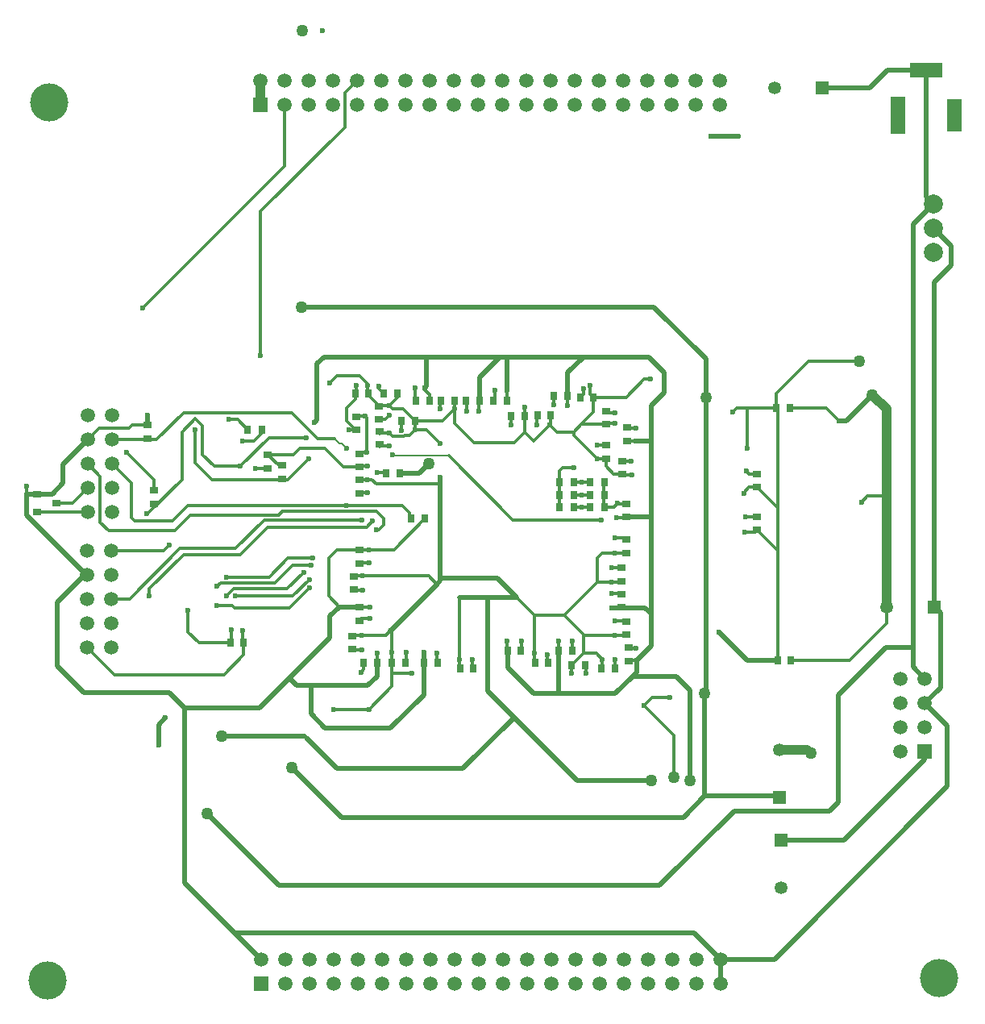
<source format=gbl>
G04 Layer_Physical_Order=2*
G04 Layer_Color=16711680*
%FSLAX25Y25*%
%MOIN*%
G70*
G01*
G75*
%ADD10R,0.03543X0.02756*%
%ADD11R,0.02756X0.03543*%
%ADD13R,0.03543X0.03150*%
%ADD14R,0.03150X0.03543*%
%ADD15R,0.05905X0.05905*%
%ADD22R,0.03543X0.03150*%
%ADD33C,0.01181*%
%ADD34C,0.00787*%
%ADD35C,0.01968*%
%ADD36C,0.03937*%
%ADD37R,0.05905X0.15748*%
%ADD38R,0.05905X0.13780*%
%ADD39R,0.13780X0.05905*%
%ADD40C,0.05315*%
%ADD41R,0.05315X0.05315*%
%ADD42C,0.07874*%
%ADD43C,0.05905*%
%ADD44R,0.05905X0.05905*%
%ADD45R,0.05315X0.05315*%
%ADD46C,0.15748*%
%ADD47C,0.02362*%
%ADD48C,0.05000*%
D10*
X153543Y339567D02*
D03*
Y333661D02*
D03*
D11*
X342520Y315945D02*
D03*
X336614D02*
D03*
X329724D02*
D03*
X323819D02*
D03*
X268209Y300689D02*
D03*
X262303D02*
D03*
X257874Y319390D02*
D03*
X251969D02*
D03*
X200787Y337598D02*
D03*
X194882D02*
D03*
X342520Y305610D02*
D03*
X336614D02*
D03*
X342520Y310531D02*
D03*
X336614D02*
D03*
X329724D02*
D03*
X323819D02*
D03*
X329724Y305610D02*
D03*
X323819D02*
D03*
D13*
X203248Y321555D02*
D03*
Y327067D02*
D03*
X209154Y317126D02*
D03*
Y322638D02*
D03*
X351378Y306890D02*
D03*
Y301378D02*
D03*
X343012Y339764D02*
D03*
Y345276D02*
D03*
X249508Y336910D02*
D03*
Y331398D02*
D03*
X343012Y325492D02*
D03*
Y331004D02*
D03*
X349902Y319094D02*
D03*
Y324606D02*
D03*
X351378Y286614D02*
D03*
Y292126D02*
D03*
X349409Y274803D02*
D03*
Y280315D02*
D03*
X351378Y252658D02*
D03*
Y258169D02*
D03*
X238189Y252264D02*
D03*
Y246752D02*
D03*
X238681Y276870D02*
D03*
Y271358D02*
D03*
X249016Y347244D02*
D03*
Y341732D02*
D03*
X241142Y316732D02*
D03*
Y311221D02*
D03*
X405512Y313681D02*
D03*
Y319193D02*
D03*
Y301476D02*
D03*
Y295965D02*
D03*
X239665Y337303D02*
D03*
Y342815D02*
D03*
X241142Y322047D02*
D03*
Y327559D02*
D03*
X241142Y282185D02*
D03*
Y287697D02*
D03*
X241142Y258563D02*
D03*
Y264075D02*
D03*
X352362Y247342D02*
D03*
Y241831D02*
D03*
X349409Y269488D02*
D03*
Y263976D02*
D03*
X351870Y338386D02*
D03*
Y332874D02*
D03*
X156004Y306791D02*
D03*
Y312303D02*
D03*
D14*
X328937Y240158D02*
D03*
X334449D02*
D03*
X419095Y346457D02*
D03*
X413583D02*
D03*
X419587Y242126D02*
D03*
X414075D02*
D03*
X321555Y351378D02*
D03*
X327067D02*
D03*
X193209Y249508D02*
D03*
X187697D02*
D03*
X341240Y238681D02*
D03*
X346752D02*
D03*
X256693Y352362D02*
D03*
X251181D02*
D03*
X244882D02*
D03*
X239370D02*
D03*
X280315Y349409D02*
D03*
X274803D02*
D03*
X309350Y343012D02*
D03*
X303839D02*
D03*
X320177Y343504D02*
D03*
X314665D02*
D03*
X337894Y350886D02*
D03*
X332382D02*
D03*
X282677Y238681D02*
D03*
X288189D02*
D03*
X313681Y241142D02*
D03*
X319193D02*
D03*
X254626D02*
D03*
X260138D02*
D03*
X242815Y241142D02*
D03*
X248327D02*
D03*
X307874Y246063D02*
D03*
X302362D02*
D03*
X273425Y241142D02*
D03*
X267913D02*
D03*
X329035Y246063D02*
D03*
X323524D02*
D03*
X296457Y349409D02*
D03*
X301969D02*
D03*
X285138D02*
D03*
X290650D02*
D03*
X264469D02*
D03*
X269980D02*
D03*
X264075Y341043D02*
D03*
X258563D02*
D03*
D15*
X200197Y471791D02*
D03*
X200354Y108602D02*
D03*
D22*
X115650Y307087D02*
D03*
X107776Y310827D02*
D03*
Y303346D02*
D03*
D33*
X342028Y306594D02*
X343012Y305610D01*
X342028Y306594D02*
Y315945D01*
X231791Y287894D02*
X245079D01*
X329724Y310531D02*
X336614D01*
X244882Y351772D02*
X249213Y347441D01*
X329724Y305610D02*
X336614D01*
X138779Y333327D02*
X157146D01*
X154213Y303327D02*
X167815Y316929D01*
X180118D02*
X211614D01*
X448819Y307579D02*
X451279Y310039D01*
X459154D01*
X239370Y337598D02*
X239665Y337303D01*
X235728Y341240D02*
X239370Y337598D01*
X245079Y287894D02*
X255413D01*
X268209Y300689D01*
X210197Y446417D02*
Y471791D01*
X151575Y387795D02*
X210197Y446417D01*
X228346Y284449D02*
X231791Y287894D01*
X228346Y268701D02*
Y284449D01*
Y268701D02*
X232776Y264272D01*
X401575Y346457D02*
X413583D01*
X397146D02*
X401575D01*
Y329724D02*
Y346457D01*
X414075Y305118D02*
Y345965D01*
X413583Y346457D02*
X414075Y345965D01*
X405512Y313681D02*
X414075Y305118D01*
Y287402D02*
Y305118D01*
X405512Y295965D02*
X414075Y287402D01*
Y242126D02*
Y287402D01*
X395472Y344783D02*
X397146Y346457D01*
X243602Y343012D02*
X244096Y342518D01*
Y328251D02*
Y342518D01*
X236713Y337598D02*
X239370D01*
X127978Y277559D02*
X128445D01*
X127461D02*
X127978D01*
X230315Y221949D02*
X245079D01*
X254429Y241339D02*
X254626Y241142D01*
X254429Y241339D02*
Y245571D01*
X404823Y295276D02*
X405512Y295965D01*
X400591Y295276D02*
X404823D01*
X400098Y311024D02*
Y311516D01*
X402264Y313681D01*
X405512D01*
X426673Y365650D02*
X447835D01*
X413583Y352559D02*
X426673Y365650D01*
X413583Y346457D02*
Y352559D01*
X228839Y356791D02*
X231791Y359744D01*
X241142D01*
X244587Y356299D01*
Y355807D02*
Y356299D01*
X371063Y193898D02*
Y211122D01*
X358760Y223425D02*
X371063Y211122D01*
X358760Y223425D02*
X362205Y226870D01*
X369587D01*
X185039Y236221D02*
X193209Y244390D01*
X139784Y236221D02*
X185039D01*
X128445Y247559D02*
X139784Y236221D01*
X193209Y244390D02*
Y249508D01*
X128760Y303346D02*
X128779Y303327D01*
X107776Y303346D02*
X128760D01*
X434055Y346457D02*
X439468Y341043D01*
X419095Y346457D02*
X434055D01*
X400787Y301476D02*
X405512D01*
X401083Y320374D02*
X402264Y319193D01*
X405512D01*
X426181Y205217D02*
X427658Y203740D01*
X459154Y257382D02*
Y264272D01*
X443898Y242126D02*
X459154Y257382D01*
X419587Y242126D02*
X443898D01*
X234547Y322047D02*
X241142D01*
X226870Y329724D02*
X234547Y322047D01*
X216535Y329724D02*
X226870D01*
X213878Y327067D02*
X216535Y329724D01*
X203248Y327067D02*
X213878D01*
X203248D02*
X207677Y322638D01*
X209154D01*
X144685Y328248D02*
X156004Y316929D01*
Y312303D02*
Y316929D01*
X254429Y245571D02*
Y254921D01*
X251969Y252461D02*
X253937Y254429D01*
X254626Y236319D02*
Y241142D01*
Y231496D02*
Y236319D01*
X255020Y236713D01*
X262795D01*
X244882Y351772D02*
Y352362D01*
X264272Y337598D02*
X268701D01*
X274606Y331693D01*
X346260Y319094D02*
X349902D01*
X343012Y322342D02*
X346260Y319094D01*
X343012Y322342D02*
Y325492D01*
X329724Y335138D02*
Y336614D01*
Y335138D02*
X339567Y325295D01*
X332874Y339764D02*
X337894Y344783D01*
X329724Y336614D02*
X332874Y339764D01*
X343012D01*
X337894Y344783D02*
Y350886D01*
X322835Y336614D02*
X329724D01*
X319882Y339567D02*
X322835Y336614D01*
X319882Y339469D02*
Y339567D01*
X313091Y332677D02*
X319882Y339469D01*
X309350Y336417D02*
X313091Y332677D01*
X309350Y336417D02*
Y343012D01*
X305118Y332185D02*
X309350Y336417D01*
X288386Y332185D02*
X305118D01*
X280512Y340059D02*
X288386Y332185D01*
X280512Y340059D02*
Y345965D01*
X341535Y286417D02*
X346949D01*
X339567Y284449D02*
X341535Y286417D01*
X339567Y274606D02*
Y284449D01*
Y274606D02*
X345472D01*
X325787Y260827D02*
X339567Y274606D01*
X333858Y252756D02*
X334154Y252461D01*
X346949D01*
X333858Y245079D02*
Y252756D01*
X325787Y260827D02*
X333858Y252756D01*
X313484Y260827D02*
X325787D01*
X339075Y245079D02*
X341535Y242618D01*
X333858Y245079D02*
X339075D01*
X328937Y240158D02*
X333858Y245079D01*
X313484D02*
Y260827D01*
X306102Y268209D02*
X313484Y260827D01*
X282480Y242618D02*
Y268209D01*
X275590Y341043D02*
X280512Y345965D01*
X264075Y341043D02*
X275590D01*
X259154Y345965D02*
X264075Y341043D01*
X254921Y345965D02*
X259154D01*
X253445Y347441D02*
X254921Y345965D01*
X241142Y327559D02*
X241833Y328251D01*
X244096D01*
X278051Y326772D02*
X304626Y300197D01*
X248524Y319882D02*
X251476D01*
X244587Y316929D02*
X246063D01*
X241339D02*
X244587D01*
X254831Y334736D02*
X259348D01*
X253445Y336122D02*
X254831Y334736D01*
X259348D02*
X259749Y335138D01*
X261811D02*
X264272Y337598D01*
X259749Y335138D02*
X261811D01*
X245079Y221949D02*
X254626Y231496D01*
X242618Y277067D02*
X269685D01*
X273130Y273622D01*
X242126Y252461D02*
X251969D01*
X235728Y341240D02*
Y346457D01*
X239370Y350098D01*
Y352362D01*
X318898Y241437D02*
X319193Y241142D01*
X318898Y241437D02*
Y244587D01*
X313484Y241339D02*
X313681Y241142D01*
X313484Y241339D02*
Y245079D01*
X333169Y315945D02*
X333169Y315945D01*
X336122D01*
X325295Y321850D02*
X329724D01*
X323819Y320374D02*
X325295Y321850D01*
X323819Y315945D02*
Y320374D01*
Y310531D02*
Y315945D01*
Y305610D02*
Y310531D01*
X329724Y315945D02*
X329724Y315945D01*
X333169D01*
X290354Y349114D02*
X290650Y349409D01*
X290354Y344980D02*
Y349114D01*
X285138Y349409D02*
X285433Y349114D01*
Y344980D02*
Y349114D01*
X320177Y339862D02*
Y343504D01*
X319882Y339567D02*
X320177Y339862D01*
X314469Y343307D02*
X314665Y343504D01*
X314469Y339567D02*
Y343307D01*
X309350Y343012D02*
X309547Y343209D01*
Y346949D01*
X301969Y349409D02*
X302165Y349606D01*
Y353839D01*
X296457Y349409D02*
X296998Y349951D01*
Y353839D01*
X303642Y342815D02*
X303839Y343012D01*
X303642Y339567D02*
Y342815D01*
X160098Y287559D02*
X162402Y289862D01*
X138445Y287559D02*
X160098D01*
X137303Y295768D02*
X164862D01*
X171260Y302165D01*
X207677D01*
X209154Y303642D01*
X248031D01*
X250984Y300689D01*
Y298228D02*
Y300689D01*
X249016Y296260D02*
X250984Y298228D01*
X248031Y296260D02*
X249016D01*
X168307Y285925D02*
X191929D01*
X203248Y297244D01*
X244094D01*
X246555Y299705D01*
X138445Y267559D02*
X146004D01*
X166831Y288386D01*
X189961D01*
X201772Y300197D01*
X242126D01*
X170153Y306102D02*
X235728D01*
X163755Y299705D02*
X170153Y306102D01*
X148130Y299705D02*
X163755D01*
X146653Y301181D02*
X148130Y299705D01*
X167815Y316929D02*
Y336614D01*
X261811Y301181D02*
X262303Y300689D01*
X261811Y301181D02*
Y303150D01*
X235728Y306102D02*
X258858D01*
X146653Y301181D02*
Y315453D01*
X138779Y323327D02*
X146653Y315453D01*
X304626Y300197D02*
X341043D01*
X258858Y306102D02*
X261811Y303150D01*
X133858Y299213D02*
X137303Y295768D01*
X133858Y299213D02*
Y318248D01*
X128779Y323327D02*
X133858Y318248D01*
X251476Y319882D02*
X251969Y319390D01*
X167815Y336614D02*
X173228Y342028D01*
X176181Y339075D01*
Y327264D02*
Y339075D01*
Y327264D02*
X181102Y322342D01*
X191929D01*
X173228Y323819D02*
Y337598D01*
Y323819D02*
X180118Y316929D01*
X191929Y322342D02*
X203740Y334154D01*
X260138Y241142D02*
X260335Y241339D01*
Y245571D01*
X248327Y241142D02*
X248524Y241339D01*
Y245079D01*
X241634Y237205D02*
X242815Y238386D01*
Y241142D01*
X235236Y476831D02*
X240197Y481791D01*
X235236Y462598D02*
Y476831D01*
X200291Y427653D02*
X235236Y462598D01*
X200291Y368114D02*
Y427653D01*
X321358Y351181D02*
X321555Y351378D01*
X321358Y347933D02*
Y351181D01*
X327067Y351378D02*
X327264Y351181D01*
Y347441D02*
Y351181D01*
X192913Y249803D02*
X193209Y249508D01*
X192913Y249803D02*
Y254429D01*
X187697Y249508D02*
X187992Y249803D01*
Y254921D01*
X186024Y276575D02*
X203740D01*
X211614Y284449D01*
X221949D01*
X213583Y281496D02*
X220965D01*
X206291Y274205D02*
X213583Y281496D01*
X183653Y274205D02*
X206291D01*
X182087Y272638D02*
X183653Y274205D01*
X211122Y271654D02*
X218012Y278543D01*
X188976Y271654D02*
X211122D01*
X186024Y268701D02*
X188976Y271654D01*
X213583Y268701D02*
X220472Y275590D01*
X189961Y268701D02*
X213583D01*
X188572Y264764D02*
X189557Y263779D01*
X182087Y264764D02*
X188572D01*
X212106Y263779D02*
X220472Y272146D01*
X189557Y263779D02*
X212106D01*
X336614Y352165D02*
X337894Y350886D01*
X336614Y352165D02*
Y355807D01*
X332382Y350886D02*
X333661Y352165D01*
Y354331D01*
X241142Y316732D02*
X241339Y316929D01*
X241142Y311221D02*
X241437Y311516D01*
X244587D01*
X241142Y322047D02*
X241437Y322342D01*
X249508Y330413D02*
X249803Y330709D01*
X253445D01*
X239665Y342815D02*
X239862Y343012D01*
X243602D01*
X249213Y347441D02*
X253445D01*
X251673Y341732D02*
X253445Y343504D01*
X249016Y341732D02*
X251673D01*
X241142Y282185D02*
X241437Y282480D01*
X245079D01*
X238681Y271358D02*
X238878Y271161D01*
X242618D01*
X238681Y276870D02*
X238878Y277067D01*
X242618D01*
X241142Y258563D02*
X241929Y259350D01*
X245571D01*
X241339Y264272D02*
X245571D01*
X238189Y246752D02*
X238386Y246555D01*
X242126D01*
X238189Y252264D02*
X238386Y252461D01*
X242126D01*
X154035Y268701D02*
Y271654D01*
X168307Y285925D01*
X200787Y336122D02*
Y337598D01*
X115650Y307087D02*
X122539D01*
X128779Y313327D01*
X103347Y311024D02*
Y313976D01*
Y311024D02*
X103543Y310827D01*
X239665Y352658D02*
Y355807D01*
X239370Y352362D02*
X239665Y352658D01*
X244587Y352658D02*
Y355807D01*
Y352658D02*
X244882Y352362D01*
X249016Y354528D02*
X251181Y352362D01*
X249016Y354528D02*
Y355315D01*
X347441Y301181D02*
X351181D01*
X351378Y301378D01*
X343012Y305610D02*
X346457D01*
X347933Y307087D01*
X348130Y306890D02*
X351378D01*
X347933Y307087D02*
X348130Y306890D01*
X147146Y339567D02*
X153543D01*
X145669Y338090D02*
X147146Y339567D01*
X133543Y338090D02*
X145669D01*
X128779Y333327D02*
X133543Y338090D01*
X249508Y335925D02*
X249705Y336122D01*
X253445D01*
X264075Y337795D02*
Y341043D01*
Y337795D02*
X264272Y337598D01*
X258366Y337106D02*
Y340846D01*
X258563Y341043D01*
X264272Y349606D02*
Y354823D01*
Y349606D02*
X264469Y349409D01*
X269980D02*
Y352067D01*
X268209Y353839D02*
X269980Y352067D01*
X268209Y353839D02*
Y354823D01*
X274606Y345965D02*
Y349213D01*
X274803Y349409D01*
X280512Y345965D02*
Y349213D01*
X280315Y349409D02*
X280512Y349213D01*
X253445Y347441D02*
X256890Y350886D01*
Y352165D01*
X273130Y241437D02*
Y245079D01*
Y241437D02*
X273425Y241142D01*
X282480Y238878D02*
Y242618D01*
Y238878D02*
X282677Y238681D01*
X287894Y238976D02*
Y242618D01*
Y238976D02*
X288189Y238681D01*
X302165Y246260D02*
Y250000D01*
Y246260D02*
X302362Y246063D01*
X308071Y246260D02*
Y250000D01*
X307874Y246063D02*
X308071Y246260D01*
X328740Y236713D02*
Y239961D01*
X328937Y240158D01*
X334646Y236713D02*
Y239961D01*
X334449Y240158D02*
X334646Y239961D01*
X323327Y246260D02*
Y250000D01*
X329232Y246260D02*
Y250000D01*
X329035Y246063D02*
X329232Y246260D01*
X341535Y238976D02*
Y242618D01*
X341240Y238681D02*
X341535Y238976D01*
X346949Y238878D02*
Y242618D01*
X346752Y238681D02*
X346949Y238878D01*
X352658Y242126D02*
X355807D01*
X352362Y241831D02*
X352658Y242126D01*
X352658Y247047D02*
X355315D01*
X352362Y247342D02*
X352658Y247047D01*
X346949Y252461D02*
X351181D01*
X351378Y252658D01*
X346949Y258366D02*
X351181D01*
X351378Y258169D01*
X345472Y269685D02*
X349213D01*
X349409Y269488D01*
X345472Y274606D02*
X349213D01*
X349409Y274803D01*
X345472Y280512D02*
X349213D01*
X349409Y280315D01*
X346949Y286417D02*
X351181D01*
X351378Y286614D01*
X346949Y292815D02*
X350689D01*
X351378Y292126D01*
X350098Y318898D02*
X353839D01*
X349902Y319094D02*
X350098Y318898D01*
X349951Y324557D02*
X353592D01*
X349902Y324606D02*
X349951Y324557D01*
X339567Y325295D02*
X342815D01*
X343012Y325492D01*
X339567Y331201D02*
X342815D01*
X343012Y331004D01*
X352067Y332677D02*
X355315D01*
X351870Y332874D02*
X352067Y332677D01*
X352165Y338090D02*
X355315D01*
X351870Y338386D02*
X352165Y338090D01*
X343307Y340059D02*
X346949D01*
X343012Y339764D02*
X343307Y340059D01*
X343799Y344488D02*
X346949D01*
X343012Y345276D02*
X343799Y344488D01*
X358858Y358366D02*
X361614D01*
X351378Y350886D02*
X358858Y358366D01*
X337894Y350886D02*
X351378D01*
X174705Y249508D02*
X187697D01*
X170276Y253937D02*
X174705Y249508D01*
X170276Y253937D02*
Y262795D01*
X218504Y210630D02*
X218996Y210138D01*
X211614Y316929D02*
X219980Y325295D01*
X198130Y321555D02*
X203248D01*
X203740Y334154D02*
X218996D01*
X187205Y341732D02*
X190748D01*
X194882Y337598D01*
X197343Y332677D02*
X200787Y336122D01*
X192913Y332677D02*
X197343D01*
X157146Y333327D02*
X168307Y344488D01*
X213090D01*
X223917Y333661D01*
X230807D01*
X241437Y322342D02*
X244587D01*
X246063Y316929D02*
X248031Y314961D01*
X274606D01*
D34*
X254921Y326878D02*
X277945D01*
X233760Y331693D02*
X235728Y329724D01*
X232776Y331693D02*
X233760D01*
X230807Y333661D02*
X232776Y331693D01*
X277945Y326878D02*
X278051Y326772D01*
D35*
X475394Y433720D02*
Y486024D01*
X459449D02*
X475394D01*
X267717Y227854D02*
Y245571D01*
X232776Y264272D02*
X241339D01*
X323327Y228346D02*
Y246260D01*
X345472Y263779D02*
X359252D01*
X265748Y319390D02*
X269685Y323327D01*
X257874Y319390D02*
X265748D01*
X354085Y235482D02*
X355807Y237205D01*
X346949Y228346D02*
X354085Y235482D01*
X377953Y192421D02*
Y229823D01*
X372293Y235482D02*
X377953Y229823D01*
X354085Y235482D02*
X372293D01*
X323327Y228346D02*
X346949D01*
X312992D02*
X323327D01*
X302362Y238976D02*
X312992Y228346D01*
X355807Y237205D02*
Y242126D01*
X302362Y238976D02*
Y246063D01*
X305118Y218504D02*
X331201Y192421D01*
X294291Y229331D02*
X305118Y218504D01*
X331201Y192421D02*
X361713D01*
X103347Y302191D02*
X127978Y277559D01*
X103347Y302191D02*
Y311024D01*
X153543Y339567D02*
X153543Y339567D01*
Y343504D01*
X220965Y231791D02*
X244587D01*
X215059D02*
X220965D01*
Y219980D02*
Y231791D01*
Y219980D02*
X226870Y214075D01*
X253937D01*
X267717Y227854D01*
X212106Y234744D02*
X228839Y251476D01*
X199803Y222441D02*
X212106Y234744D01*
X215059Y231791D01*
X244587D02*
X248327Y235531D01*
Y241142D01*
X228839Y260335D02*
X232776Y264272D01*
X228839Y251476D02*
Y260335D01*
X168799Y222441D02*
X199803D01*
X189469Y129488D02*
X200354Y118602D01*
X168799Y150157D02*
X189469Y129488D01*
X379468D02*
X390354Y118602D01*
X189469Y129488D02*
X379468D01*
X442421Y341043D02*
X453248Y351870D01*
X439468Y341043D02*
X442421D01*
X469980Y247539D02*
Y422402D01*
Y239331D02*
Y247539D01*
X438976Y183563D02*
Y227854D01*
X458661Y247539D01*
X469980D01*
X178150Y178642D02*
X207677Y149114D01*
X157972Y215551D02*
X160925Y218504D01*
X157972Y207185D02*
Y215551D01*
X218996Y210138D02*
X231791Y197343D01*
X283957D01*
X305118Y218504D01*
X274606Y276083D02*
X298228D01*
X274606D02*
Y314961D01*
Y275098D02*
Y276083D01*
X273130Y273622D02*
X274606Y275098D01*
X254429Y254921D02*
X273130Y273622D01*
X253937Y254429D02*
X254429Y254921D01*
X294291Y268209D02*
X306102D01*
X282480D02*
X294291D01*
X298228Y276083D02*
X306102Y268209D01*
X294291D02*
X294291Y268209D01*
Y229331D02*
Y268209D01*
X375000Y177165D02*
X383858Y186024D01*
X233760Y177165D02*
X375000D01*
X213090Y197835D02*
X233760Y177165D01*
X384350Y350886D02*
Y366634D01*
X362697Y388287D02*
X384350Y366634D01*
X217028Y388287D02*
X362697D01*
X383858Y228346D02*
X384350Y228839D01*
Y350886D01*
X383858Y186024D02*
X414370D01*
X383858D02*
Y228346D01*
X414370Y186024D02*
X414862Y185531D01*
X118602Y323150D02*
X128779Y333327D01*
X118602Y315453D02*
Y323150D01*
X113976Y310827D02*
X118602Y315453D01*
X107776Y310827D02*
X113976D01*
X103543D02*
X107776D01*
X184055Y210630D02*
X218504D01*
X207677Y149114D02*
X365158D01*
X395972Y179929D01*
X435343D01*
X438976Y183563D01*
X474902Y201279D02*
Y204409D01*
X441437Y167815D02*
X474902Y201279D01*
X415354Y167815D02*
X441437D01*
X198100Y321585D02*
X198130Y321555D01*
X469980Y239331D02*
X474902Y234409D01*
X469980Y422402D02*
X478346Y430768D01*
X475394Y433720D02*
X478346Y430768D01*
X452264Y478839D02*
X459449Y486024D01*
X432579Y478839D02*
X452264D01*
X386319Y458661D02*
X397638D01*
X116142Y266240D02*
X127461Y277559D01*
X116142Y239665D02*
Y266240D01*
Y239665D02*
X126969Y228839D01*
X162402D01*
X168799Y222441D01*
Y150157D02*
Y222441D01*
X390354Y108602D02*
Y118602D01*
X412894D01*
X484252Y189961D01*
Y215059D01*
X474902Y224410D02*
X484252Y215059D01*
X474902Y224410D02*
X481299Y230807D01*
Y261811D01*
X478839Y264272D02*
X481299Y261811D01*
X478839Y264272D02*
Y398622D01*
X485728Y405512D01*
Y413386D01*
X478346Y420768D02*
X485728Y413386D01*
X401575Y242126D02*
X414075D01*
X389764Y253937D02*
X401575Y242126D01*
X355807Y242126D02*
X361713Y248031D01*
Y261319D01*
X359252Y263779D02*
X361713Y261319D01*
Y302165D01*
X351378Y301378D02*
X360925D01*
X361713Y302165D01*
Y332677D01*
X355315D02*
X361713D01*
Y347441D01*
X367126Y352854D01*
Y361221D01*
X360728Y367618D02*
X367126Y361221D01*
X333661Y367618D02*
X360728D01*
X327067Y361024D02*
X333661Y367618D01*
X327067Y351378D02*
Y361024D01*
X290650Y359055D02*
X299213Y367618D01*
X290650Y349409D02*
Y359055D01*
X302165Y353839D02*
Y367618D01*
X299213Y367618D02*
X333661D01*
X268701D02*
X299213D01*
X268701Y355315D02*
Y367618D01*
X268209Y354823D02*
X268701Y355315D01*
X226378Y367618D02*
X268701D01*
X223425Y364665D02*
X226378Y367618D01*
X223425Y341535D02*
Y364665D01*
X222441Y340551D02*
X223425Y341535D01*
X274606Y314961D02*
Y317913D01*
D36*
X459154Y310039D02*
Y345965D01*
Y264272D02*
Y310039D01*
X453248Y351870D02*
X459154Y345965D01*
X200197Y471791D02*
Y481791D01*
X414862Y205217D02*
X426181D01*
D37*
X463705Y467520D02*
D03*
D38*
X487205D02*
D03*
D39*
X475516Y486024D02*
D03*
D40*
X412894Y478839D02*
D03*
X459154Y264272D02*
D03*
X414862Y205217D02*
D03*
X415354Y148130D02*
D03*
D41*
X432579Y478839D02*
D03*
X478839Y264272D02*
D03*
D42*
X478346Y410768D02*
D03*
Y420768D02*
D03*
Y430768D02*
D03*
D43*
X138445Y287559D02*
D03*
Y277559D02*
D03*
Y267559D02*
D03*
Y257559D02*
D03*
Y247559D02*
D03*
X128445D02*
D03*
Y257559D02*
D03*
Y267559D02*
D03*
Y277559D02*
D03*
Y287559D02*
D03*
X138779Y343327D02*
D03*
Y333327D02*
D03*
Y323327D02*
D03*
Y313327D02*
D03*
Y303327D02*
D03*
X128779D02*
D03*
Y313327D02*
D03*
Y323327D02*
D03*
Y333327D02*
D03*
Y343327D02*
D03*
X464902Y234409D02*
D03*
X474902D02*
D03*
X464902Y224410D02*
D03*
X474902D02*
D03*
X464902Y214409D02*
D03*
X474902D02*
D03*
X464902Y204409D02*
D03*
X200197Y481791D02*
D03*
X210197Y471791D02*
D03*
Y481791D02*
D03*
X220197Y471791D02*
D03*
Y481791D02*
D03*
X230197Y471791D02*
D03*
Y481791D02*
D03*
X240197Y471791D02*
D03*
Y481791D02*
D03*
X250197Y471791D02*
D03*
Y481791D02*
D03*
X260197Y471791D02*
D03*
Y481791D02*
D03*
X270197Y471791D02*
D03*
Y481791D02*
D03*
X280197Y471791D02*
D03*
Y481791D02*
D03*
X290197Y471791D02*
D03*
Y481791D02*
D03*
X300197Y471791D02*
D03*
Y481791D02*
D03*
X310197Y471791D02*
D03*
Y481791D02*
D03*
X320197Y471791D02*
D03*
Y481791D02*
D03*
X330197Y471791D02*
D03*
Y481791D02*
D03*
X340197Y471791D02*
D03*
Y481791D02*
D03*
X350197Y471791D02*
D03*
Y481791D02*
D03*
X360197Y471791D02*
D03*
Y481791D02*
D03*
X370197Y471791D02*
D03*
Y481791D02*
D03*
X380197Y471791D02*
D03*
Y481791D02*
D03*
X390197Y471791D02*
D03*
Y481791D02*
D03*
X200354Y118602D02*
D03*
X210354Y108602D02*
D03*
Y118602D02*
D03*
X220354Y108602D02*
D03*
Y118602D02*
D03*
X230354Y108602D02*
D03*
Y118602D02*
D03*
X240354Y108602D02*
D03*
Y118602D02*
D03*
X250354Y108602D02*
D03*
Y118602D02*
D03*
X260354Y108602D02*
D03*
Y118602D02*
D03*
X270354Y108602D02*
D03*
Y118602D02*
D03*
X280354Y108602D02*
D03*
Y118602D02*
D03*
X290354Y108602D02*
D03*
Y118602D02*
D03*
X300354Y108602D02*
D03*
Y118602D02*
D03*
X310354Y108602D02*
D03*
Y118602D02*
D03*
X320354Y108602D02*
D03*
Y118602D02*
D03*
X330354Y108602D02*
D03*
Y118602D02*
D03*
X340354Y108602D02*
D03*
Y118602D02*
D03*
X350354Y108602D02*
D03*
Y118602D02*
D03*
X360354Y108602D02*
D03*
Y118602D02*
D03*
X370354Y108602D02*
D03*
Y118602D02*
D03*
X380354Y108602D02*
D03*
Y118602D02*
D03*
X390354Y108602D02*
D03*
Y118602D02*
D03*
D44*
X474902Y204409D02*
D03*
D45*
X414862Y185531D02*
D03*
X415354Y167815D02*
D03*
D46*
X112205Y109744D02*
D03*
X480807Y110728D02*
D03*
X112697Y472933D02*
D03*
D47*
X448819Y307579D02*
D03*
X401575Y329724D02*
D03*
X395472Y344783D02*
D03*
X236713Y337598D02*
D03*
X254921Y327264D02*
D03*
X235728Y329724D02*
D03*
X230315Y221949D02*
D03*
X153543Y343504D02*
D03*
X400591Y295276D02*
D03*
X400098Y311024D02*
D03*
X228839Y356791D02*
D03*
X369587Y226870D02*
D03*
X358760Y223425D02*
D03*
X439468Y341043D02*
D03*
X400787Y301476D02*
D03*
X401083Y320374D02*
D03*
X144685Y328248D02*
D03*
X160925Y218504D02*
D03*
X157972Y207185D02*
D03*
X262795Y236713D02*
D03*
X274606Y331693D02*
D03*
X244096Y328251D02*
D03*
X248524Y319882D02*
D03*
X244587Y316929D02*
D03*
X245079Y221949D02*
D03*
X313484Y245079D02*
D03*
X318898Y244587D02*
D03*
X290354Y344980D02*
D03*
X285433D02*
D03*
X309547Y346949D02*
D03*
X296998Y353839D02*
D03*
X302165D02*
D03*
X303642Y339567D02*
D03*
X319882D02*
D03*
X314469D02*
D03*
X162402Y289862D02*
D03*
X153051Y302658D02*
D03*
X341043Y300197D02*
D03*
X235728Y306102D02*
D03*
X246555Y299705D02*
D03*
X248031Y296260D02*
D03*
X242126Y300197D02*
D03*
X173228Y337598D02*
D03*
X191929Y322342D02*
D03*
X219980Y325295D02*
D03*
X254429Y245571D02*
D03*
X260335D02*
D03*
X248524Y245079D02*
D03*
X241634Y237205D02*
D03*
X151575Y387795D02*
D03*
X200291Y368114D02*
D03*
X321358Y347933D02*
D03*
X327264Y347441D02*
D03*
X192913Y254429D02*
D03*
X187992Y254921D02*
D03*
X220965Y281496D02*
D03*
X218012Y278543D02*
D03*
X221949Y284449D02*
D03*
X220472Y275590D02*
D03*
Y272146D02*
D03*
X182087Y272638D02*
D03*
X189961Y268701D02*
D03*
X186024D02*
D03*
Y276575D02*
D03*
X182087Y264764D02*
D03*
X333661Y354331D02*
D03*
X336614Y355807D02*
D03*
X244587Y311516D02*
D03*
X253445Y330709D02*
D03*
X243602Y343012D02*
D03*
X253445Y343504D02*
D03*
Y347441D02*
D03*
X245079Y287894D02*
D03*
Y282480D02*
D03*
X242618Y277067D02*
D03*
Y271161D02*
D03*
X245571Y259350D02*
D03*
Y264272D02*
D03*
X242126Y246555D02*
D03*
Y252461D02*
D03*
X225886Y502461D02*
D03*
X154035Y268701D02*
D03*
X103347Y313976D02*
D03*
X244587Y355807D02*
D03*
X239665D02*
D03*
X249016Y355315D02*
D03*
X347441Y301181D02*
D03*
X347933Y307087D02*
D03*
X333169Y305610D02*
D03*
X329724Y321850D02*
D03*
X333169Y310531D02*
D03*
X253445Y336122D02*
D03*
X264272Y337598D02*
D03*
X258366Y337106D02*
D03*
X264272Y354823D02*
D03*
X268209D02*
D03*
X274606Y345965D02*
D03*
X280512D02*
D03*
X267717Y245571D02*
D03*
X273130Y245079D02*
D03*
X287894Y242618D02*
D03*
X282480D02*
D03*
X308071Y250000D02*
D03*
X302165D02*
D03*
X328740Y236713D02*
D03*
X334646D02*
D03*
X329232Y250000D02*
D03*
X323327D02*
D03*
X346949Y242618D02*
D03*
X341535D02*
D03*
X355807Y242126D02*
D03*
X355315Y247047D02*
D03*
X346949Y252461D02*
D03*
Y258366D02*
D03*
X345472Y263779D02*
D03*
Y269685D02*
D03*
Y274606D02*
D03*
Y280512D02*
D03*
X346949Y292815D02*
D03*
Y286417D02*
D03*
X353592Y324557D02*
D03*
X353839Y318898D02*
D03*
X339567Y331201D02*
D03*
Y325295D02*
D03*
X355315Y332677D02*
D03*
Y338090D02*
D03*
X346949Y344488D02*
D03*
Y340059D02*
D03*
X333169Y315945D02*
D03*
X361614Y358366D02*
D03*
X170276Y262795D02*
D03*
X198100Y321585D02*
D03*
X397638Y458661D02*
D03*
X386319D02*
D03*
X389764Y253937D02*
D03*
X218996Y334154D02*
D03*
X187205Y341732D02*
D03*
X192913Y332677D02*
D03*
X222441Y340551D02*
D03*
X274606Y317913D02*
D03*
X244587Y322342D02*
D03*
D48*
X269685Y323327D02*
D03*
X377953Y192421D02*
D03*
X447835Y365650D02*
D03*
X371063Y193898D02*
D03*
X453248Y351870D02*
D03*
X427658Y203740D02*
D03*
X178150Y178642D02*
D03*
X213090Y197835D02*
D03*
X361713Y192421D02*
D03*
X217028Y388287D02*
D03*
X384350Y350886D02*
D03*
X383858Y228346D02*
D03*
X217520Y502461D02*
D03*
X184055Y210630D02*
D03*
M02*

</source>
